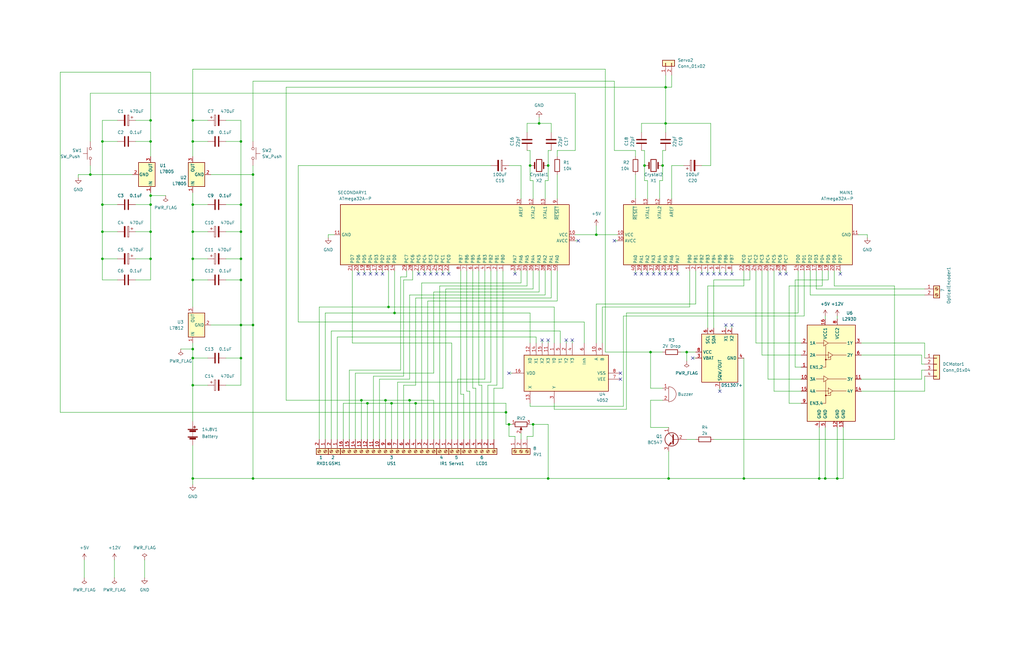
<source format=kicad_sch>
(kicad_sch (version 20211123) (generator eeschema)
  (paper "USLedger")
  (title_block (title "TrashRoboto") (date "2022-06-01") (rev "Group 18 ") (company "Univercity of Moratuwa"))
  (junction (at 281.94 201.93))
  (junction (at 353.06 201.93))
  (junction (at 101.6 86.36))
  (junction (at 81.28 109.22))
  (junction (at 81.28 59.69))
  (junction (at 106.68 137.16))
  (junction (at 81.28 147.32))
  (junction (at 38.1 73.66))
  (junction (at 63.5 97.79))
  (junction (at 81.28 118.11))
  (junction (at 106.68 201.93))
  (junction (at 63.5 50.8))
  (junction (at 162.56 168.91))
  (junction (at 289.56 148.59))
  (junction (at 166.37 132.08))
  (junction (at 347.98 201.93))
  (junction (at 271.78 69.85))
  (junction (at 231.14 201.93))
  (junction (at 63.5 59.69))
  (junction (at 172.72 168.91))
  (junction (at 43.18 86.36))
  (junction (at 101.6 137.16))
  (junction (at 43.18 97.79))
  (junction (at 101.6 109.22))
  (junction (at 279.4 69.85))
  (junction (at 175.26 170.18))
  (junction (at 101.6 151.13))
  (junction (at 231.14 69.85))
  (junction (at 223.52 69.85))
  (junction (at 213.36 173.99))
  (junction (at 43.18 59.69))
  (junction (at 280.67 36.83))
  (junction (at 81.28 201.93))
  (junction (at 63.5 109.22))
  (junction (at 152.4 168.91))
  (junction (at 345.44 201.93))
  (junction (at 101.6 118.11))
  (junction (at 313.69 201.93))
  (junction (at 101.6 97.79))
  (junction (at 81.28 86.36))
  (junction (at 81.28 97.79))
  (junction (at 81.28 50.8))
  (junction (at 227.33 52.07))
  (junction (at 165.1 170.18))
  (junction (at 224.79 179.07))
  (junction (at 63.5 82.55))
  (junction (at 63.5 86.36))
  (junction (at 106.68 73.66))
  (junction (at 43.18 109.22))
  (junction (at 214.63 179.07))
  (junction (at 101.6 59.69))
  (junction (at 280.67 52.07))
  (junction (at 163.83 129.54))
  (junction (at 81.28 162.56))
  (junction (at 154.94 170.18))
  (junction (at 81.28 151.13))
  (junction (at 274.32 148.59))
  (junction (at 251.46 99.06))
  (no_connect (at 217.17 115.57))
  (no_connect (at 189.23 115.57))
  (no_connect (at 184.15 115.57))
  (no_connect (at 186.69 115.57))
  (no_connect (at 181.61 115.57))
  (no_connect (at 179.07 115.57))
  (no_connect (at 176.53 115.57))
  (no_connect (at 161.29 115.57))
  (no_connect (at 158.75 115.57))
  (no_connect (at 156.21 115.57))
  (no_connect (at 151.13 115.57))
  (no_connect (at 153.67 115.57))
  (no_connect (at 231.14 143.51))
  (no_connect (at 228.6 143.51))
  (no_connect (at 241.3 143.51))
  (no_connect (at 238.76 143.51))
  (no_connect (at 303.53 165.1))
  (no_connect (at 259.08 101.6))
  (no_connect (at 243.84 101.6))
  (no_connect (at 280.67 115.57))
  (no_connect (at 283.21 115.57))
  (no_connect (at 285.75 115.57))
  (no_connect (at 300.99 115.57))
  (no_connect (at 303.53 115.57))
  (no_connect (at 308.61 115.57))
  (no_connect (at 306.07 115.57))
  (no_connect (at 295.91 115.57))
  (no_connect (at 298.45 115.57))
  (no_connect (at 354.33 115.57))
  (no_connect (at 267.97 115.57))
  (no_connect (at 270.51 115.57))
  (no_connect (at 273.05 115.57))
  (no_connect (at 278.13 115.57))
  (no_connect (at 275.59 115.57))
  (no_connect (at 328.93 115.57))
  (no_connect (at 331.47 115.57))
  (no_connect (at 214.63 157.48))
  (no_connect (at 261.62 157.48))
  (no_connect (at 261.62 160.02))
  (no_connect (at 306.07 137.16))
  (no_connect (at 308.61 137.16))
  (no_connect (at 292.1 151.13))
  (wire (pts (xy 120.65 36.83) (xy 280.67 36.83)))
  (wire (pts (xy 280.67 63.5) (xy 279.4 63.5)))
  (wire (pts (xy 152.4 168.91) (xy 162.56 168.91)))
  (wire (pts (xy 81.28 86.36) (xy 81.28 97.79)))
  (wire (pts (xy 279.4 69.85) (xy 279.4 76.2)))
  (wire (pts (xy 33.02 74.93) (xy 33.02 73.66)))
  (wire (pts (xy 388.62 153.67) (xy 389.89 153.67)))
  (wire (pts (xy 224.79 184.15) (xy 224.79 179.07)))
  (wire (pts (xy 151.13 115.57) (xy 151.13 114.3)))
  (wire (pts (xy 63.5 109.22) (xy 63.5 118.11)))
  (wire (pts (xy 199.39 163.83) (xy 200.66 163.83)))
  (wire (pts (xy 226.06 144.78) (xy 226.06 142.24)))
  (wire (pts (xy 274.32 168.91) (xy 274.32 180.34)))
  (wire (pts (xy 303.53 115.57) (xy 303.53 114.3)))
  (wire (pts (xy 295.91 69.85) (xy 299.72 69.85)))
  (wire (pts (xy 207.01 114.3) (xy 207.01 161.29)))
  (wire (pts (xy 242.57 39.37) (xy 242.57 63.5)))
  (wire (pts (xy 214.63 184.15) (xy 214.63 179.07)))
  (wire (pts (xy 223.52 132.08) (xy 166.37 132.08)))
  (wire (pts (xy 43.18 109.22) (xy 43.18 97.79)))
  (wire (pts (xy 283.21 115.57) (xy 283.21 114.3)))
  (wire (pts (xy 289.56 148.59) (xy 289.56 152.4)))
  (wire (pts (xy 337.82 154.94) (xy 335.28 154.94)))
  (wire (pts (xy 280.67 52.07) (xy 280.67 55.88)))
  (wire (pts (xy 267.97 63.5) (xy 267.97 66.04)))
  (wire (pts (xy 163.83 129.54) (xy 233.68 129.54)))
  (wire (pts (xy 147.32 156.21) (xy 147.32 185.42)))
  (wire (pts (xy 165.1 170.18) (xy 175.26 170.18)))
  (wire (pts (xy 227.33 52.07) (xy 232.41 52.07)))
  (wire (pts (xy 313.69 120.65) (xy 298.45 120.65)))
  (wire (pts (xy 43.18 59.69) (xy 43.18 86.36)))
  (wire (pts (xy 87.63 86.36) (xy 81.28 86.36)))
  (wire (pts (xy 162.56 168.91) (xy 162.56 185.42)))
  (wire (pts (xy 280.67 52.07) (xy 299.72 52.07)))
  (wire (pts (xy 209.55 162.56) (xy 209.55 114.3)))
  (wire (pts (xy 137.16 185.42) (xy 137.16 132.08)))
  (wire (pts (xy 63.5 118.11) (xy 57.15 118.11)))
  (wire (pts (xy 63.5 82.55) (xy 63.5 86.36)))
  (wire (pts (xy 388.62 160.02) (xy 388.62 156.21)))
  (wire (pts (xy 231.14 76.2) (xy 231.14 69.85)))
  (wire (pts (xy 106.68 73.66) (xy 106.68 137.16)))
  (wire (pts (xy 232.41 63.5) (xy 231.14 63.5)))
  (wire (pts (xy 270.51 55.88) (xy 270.51 52.07)))
  (wire (pts (xy 283.21 69.85) (xy 283.21 83.82)))
  (wire (pts (xy 49.53 118.11) (xy 43.18 118.11)))
  (wire (pts (xy 196.85 165.1) (xy 198.12 165.1)))
  (wire (pts (xy 196.85 114.3) (xy 196.85 165.1)))
  (wire (pts (xy 224.79 114.3) (xy 224.79 121.92)))
  (wire (pts (xy 306.07 137.16) (xy 306.07 138.43)))
  (wire (pts (xy 223.52 63.5) (xy 223.52 69.85)))
  (wire (pts (xy 228.6 143.51) (xy 228.6 144.78)))
  (wire (pts (xy 335.28 118.11) (xy 349.25 118.11)))
  (wire (pts (xy 344.17 114.3) (xy 344.17 121.92)))
  (wire (pts (xy 339.09 114.3) (xy 339.09 133.35)))
  (wire (pts (xy 279.4 148.59) (xy 274.32 148.59)))
  (wire (pts (xy 166.37 132.08) (xy 166.37 114.3)))
  (wire (pts (xy 278.13 76.2) (xy 279.4 76.2)))
  (wire (pts (xy 389.89 124.46) (xy 341.63 124.46)))
  (wire (pts (xy 242.57 99.06) (xy 251.46 99.06)))
  (wire (pts (xy 88.9 137.16) (xy 101.6 137.16)))
  (wire (pts (xy 337.82 165.1) (xy 326.39 165.1)))
  (wire (pts (xy 223.52 179.07) (xy 224.79 179.07)))
  (wire (pts (xy 190.5 144.78) (xy 190.5 185.42)))
  (wire (pts (xy 148.59 144.78) (xy 190.5 144.78)))
  (wire (pts (xy 234.95 114.3) (xy 234.95 127)))
  (wire (pts (xy 255.27 29.21) (xy 81.28 29.21)))
  (wire (pts (xy 264.16 172.72) (xy 264.16 132.08)))
  (wire (pts (xy 298.45 115.57) (xy 298.45 114.3)))
  (wire (pts (xy 353.06 133.35) (xy 353.06 134.62)))
  (wire (pts (xy 167.64 185.42) (xy 167.64 161.29)))
  (wire (pts (xy 63.5 82.55) (xy 69.85 82.55)))
  (wire (pts (xy 288.29 69.85) (xy 283.21 69.85)))
  (wire (pts (xy 303.53 165.1) (xy 303.53 163.83)))
  (wire (pts (xy 331.47 115.57) (xy 331.47 114.3)))
  (wire (pts (xy 60.96 236.22) (xy 60.96 243.84)))
  (wire (pts (xy 224.79 83.82) (xy 224.79 76.2)))
  (wire (pts (xy 163.83 129.54) (xy 163.83 114.3)))
  (wire (pts (xy 106.68 201.93) (xy 81.28 201.93)))
  (wire (pts (xy 316.23 118.11) (xy 316.23 114.3)))
  (wire (pts (xy 231.14 143.51) (xy 231.14 144.78)))
  (wire (pts (xy 171.45 114.3) (xy 171.45 116.84)))
  (wire (pts (xy 388.62 149.86) (xy 388.62 153.67)))
  (wire (pts (xy 274.32 148.59) (xy 274.32 163.83)))
  (wire (pts (xy 223.52 132.08) (xy 223.52 144.78)))
  (wire (pts (xy 175.26 125.73) (xy 175.26 162.56)))
  (wire (pts (xy 389.89 144.78) (xy 389.89 151.13)))
  (wire (pts (xy 270.51 63.5) (xy 271.78 63.5)))
  (wire (pts (xy 213.36 179.07) (xy 214.63 179.07)))
  (wire (pts (xy 152.4 168.91) (xy 152.4 185.42)))
  (wire (pts (xy 182.88 123.19) (xy 182.88 157.48)))
  (wire (pts (xy 172.72 168.91) (xy 182.88 168.91)))
  (wire (pts (xy 300.99 115.57) (xy 300.99 114.3)))
  (wire (pts (xy 186.69 115.57) (xy 186.69 114.3)))
  (wire (pts (xy 222.25 114.3) (xy 222.25 120.65)))
  (wire (pts (xy 308.61 137.16) (xy 308.61 138.43)))
  (wire (pts (xy 187.96 121.92) (xy 187.96 185.42)))
  (wire (pts (xy 63.5 59.69) (xy 63.5 50.8)))
  (wire (pts (xy 273.05 76.2) (xy 271.78 76.2)))
  (wire (pts (xy 205.74 162.56) (xy 209.55 162.56)))
  (wire (pts (xy 158.75 115.57) (xy 158.75 114.3)))
  (wire (pts (xy 148.59 114.3) (xy 148.59 144.78)))
  (wire (pts (xy 313.69 201.93) (xy 281.94 201.93)))
  (wire (pts (xy 139.7 139.7) (xy 236.22 139.7)))
  (wire (pts (xy 232.41 52.07) (xy 232.41 55.88)))
  (wire (pts (xy 101.6 97.79) (xy 95.25 97.79)))
  (wire (pts (xy 219.71 119.38) (xy 177.8 119.38)))
  (wire (pts (xy 363.22 165.1) (xy 389.89 165.1)))
  (wire (pts (xy 293.37 128.27) (xy 251.46 128.27)))
  (wire (pts (xy 274.32 180.34) (xy 281.94 180.34)))
  (wire (pts (xy 172.72 168.91) (xy 172.72 185.42)))
  (wire (pts (xy 81.28 187.96) (xy 81.28 201.93)))
  (wire (pts (xy 332.74 170.18) (xy 332.74 120.65)))
  (wire (pts (xy 213.36 173.99) (xy 213.36 170.18)))
  (wire (pts (xy 172.72 160.02) (xy 172.72 124.46)))
  (wire (pts (xy 106.68 34.29) (xy 259.08 34.29)))
  (wire (pts (xy 81.28 118.11) (xy 81.28 129.54)))
  (wire (pts (xy 185.42 120.65) (xy 185.42 185.42)))
  (wire (pts (xy 214.63 157.48) (xy 215.9 157.48)))
  (wire (pts (xy 195.58 166.37) (xy 195.58 185.42)))
  (wire (pts (xy 234.95 73.66) (xy 234.95 83.82)))
  (wire (pts (xy 175.26 170.18) (xy 213.36 170.18)))
  (wire (pts (xy 81.28 151.13) (xy 81.28 147.32)))
  (wire (pts (xy 335.28 154.94) (xy 335.28 118.11)))
  (wire (pts (xy 281.94 190.5) (xy 281.94 201.93)))
  (wire (pts (xy 365.76 99.06) (xy 365.76 100.33)))
  (wire (pts (xy 313.69 151.13) (xy 313.69 201.93)))
  (wire (pts (xy 63.5 81.28) (xy 63.5 82.55)))
  (wire (pts (xy 353.06 201.93) (xy 347.98 201.93)))
  (wire (pts (xy 194.31 114.3) (xy 194.31 166.37)))
  (wire (pts (xy 251.46 99.06) (xy 260.35 99.06)))
  (wire (pts (xy 388.62 156.21) (xy 389.89 156.21)))
  (wire (pts (xy 63.5 97.79) (xy 63.5 109.22)))
  (wire (pts (xy 81.28 204.47) (xy 81.28 201.93)))
  (wire (pts (xy 241.3 143.51) (xy 241.3 144.78)))
  (wire (pts (xy 106.68 34.29) (xy 106.68 59.69)))
  (wire (pts (xy 341.63 124.46) (xy 341.63 114.3)))
  (wire (pts (xy 222.25 63.5) (xy 223.52 63.5)))
  (wire (pts (xy 234.95 63.5) (xy 234.95 66.04)))
  (wire (pts (xy 63.5 30.48) (xy 63.5 50.8)))
  (wire (pts (xy 328.93 115.57) (xy 328.93 114.3)))
  (wire (pts (xy 57.15 109.22) (xy 63.5 109.22)))
  (wire (pts (xy 175.26 170.18) (xy 175.26 185.42)))
  (wire (pts (xy 63.5 30.48) (xy 25.4 30.48)))
  (wire (pts (xy 219.71 185.42) (xy 219.71 182.88)))
  (wire (pts (xy 179.07 115.57) (xy 179.07 114.3)))
  (wire (pts (xy 279.4 168.91) (xy 274.32 168.91)))
  (wire (pts (xy 363.22 144.78) (xy 389.89 144.78)))
  (wire (pts (xy 168.91 156.21) (xy 147.32 156.21)))
  (wire (pts (xy 233.68 172.72) (xy 264.16 172.72)))
  (wire (pts (xy 293.37 185.42) (xy 289.56 185.42)))
  (wire (pts (xy 101.6 137.16) (xy 101.6 118.11)))
  (wire (pts (xy 160.02 160.02) (xy 172.72 160.02)))
  (wire (pts (xy 170.18 185.42) (xy 170.18 162.56)))
  (wire (pts (xy 81.28 109.22) (xy 81.28 118.11)))
  (wire (pts (xy 154.94 185.42) (xy 154.94 170.18)))
  (wire (pts (xy 137.16 132.08) (xy 166.37 132.08)))
  (wire (pts (xy 354.33 115.57) (xy 354.33 114.3)))
  (wire (pts (xy 229.87 76.2) (xy 231.14 76.2)))
  (wire (pts (xy 293.37 114.3) (xy 293.37 128.27)))
  (wire (pts (xy 271.78 69.85) (xy 271.78 76.2)))
  (wire (pts (xy 144.78 170.18) (xy 154.94 170.18)))
  (wire (pts (xy 377.19 120.65) (xy 377.19 185.42)))
  (wire (pts (xy 172.72 124.46) (xy 229.87 124.46)))
  (wire (pts (xy 227.33 49.53) (xy 227.33 52.07)))
  (wire (pts (xy 81.28 151.13) (xy 87.63 151.13)))
  (wire (pts (xy 157.48 185.42) (xy 157.48 158.75)))
  (wire (pts (xy 347.98 201.93) (xy 345.44 201.93)))
  (wire (pts (xy 38.1 39.37) (xy 242.57 39.37)))
  (wire (pts (xy 88.9 73.66) (xy 106.68 73.66)))
  (wire (pts (xy 231.14 63.5) (xy 231.14 69.85)))
  (wire (pts (xy 43.18 109.22) (xy 49.53 109.22)))
  (wire (pts (xy 87.63 59.69) (xy 81.28 59.69)))
  (wire (pts (xy 308.61 115.57) (xy 308.61 114.3)))
  (wire (pts (xy 318.77 144.78) (xy 318.77 114.3)))
  (wire (pts (xy 262.89 171.45) (xy 223.52 171.45)))
  (wire (pts (xy 270.51 115.57) (xy 270.51 114.3)))
  (wire (pts (xy 290.83 114.3) (xy 290.83 129.54)))
  (wire (pts (xy 81.28 162.56) (xy 81.28 177.8)))
  (wire (pts (xy 246.38 135.89) (xy 246.38 144.78)))
  (wire (pts (xy 298.45 120.65) (xy 298.45 138.43)))
  (wire (pts (xy 223.52 76.2) (xy 223.52 69.85)))
  (wire (pts (xy 198.12 165.1) (xy 198.12 185.42)))
  (wire (pts (xy 313.69 114.3) (xy 313.69 120.65)))
  (wire (pts (xy 201.93 162.56) (xy 203.2 162.56)))
  (wire (pts (xy 300.99 185.42) (xy 377.19 185.42)))
  (wire (pts (xy 251.46 99.06) (xy 251.46 95.25)))
  (wire (pts (xy 101.6 151.13) (xy 101.6 137.16)))
  (wire (pts (xy 337.82 149.86) (xy 321.31 149.86)))
  (wire (pts (xy 106.68 137.16) (xy 106.68 201.93)))
  (wire (pts (xy 106.68 73.66) (xy 106.68 69.85)))
  (wire (pts (xy 232.41 125.73) (xy 175.26 125.73)))
  (wire (pts (xy 323.85 160.02) (xy 323.85 114.3)))
  (wire (pts (xy 101.6 50.8) (xy 101.6 59.69)))
  (wire (pts (xy 274.32 163.83) (xy 279.4 163.83)))
  (wire (pts (xy 194.31 166.37) (xy 195.58 166.37)))
  (wire (pts (xy 125.73 135.89) (xy 246.38 135.89)))
  (wire (pts (xy 153.67 115.57) (xy 153.67 114.3)))
  (wire (pts (xy 231.14 201.93) (xy 106.68 201.93)))
  (wire (pts (xy 162.56 168.91) (xy 172.72 168.91)))
  (wire (pts (xy 87.63 162.56) (xy 81.28 162.56)))
  (wire (pts (xy 81.28 81.28) (xy 81.28 86.36)))
  (wire (pts (xy 232.41 114.3) (xy 232.41 125.73)))
  (wire (pts (xy 101.6 86.36) (xy 95.25 86.36)))
  (wire (pts (xy 87.63 109.22) (xy 81.28 109.22)))
  (wire (pts (xy 271.78 63.5) (xy 271.78 69.85)))
  (wire (pts (xy 279.4 63.5) (xy 279.4 69.85)))
  (wire (pts (xy 212.09 114.3) (xy 212.09 163.83)))
  (wire (pts (xy 259.08 63.5) (xy 267.97 63.5)))
  (wire (pts (xy 229.87 114.3) (xy 229.87 124.46)))
  (wire (pts (xy 349.25 114.3) (xy 349.25 118.11)))
  (wire (pts (xy 270.51 52.07) (xy 280.67 52.07)))
  (wire (pts (xy 201.93 114.3) (xy 201.93 162.56)))
  (wire (pts (xy 251.46 128.27) (xy 251.46 144.78)))
  (wire (pts (xy 101.6 162.56) (xy 101.6 151.13)))
  (wire (pts (xy 184.15 115.57) (xy 184.15 114.3)))
  (wire (pts (xy 283.21 31.75) (xy 283.21 36.83)))
  (wire (pts (xy 140.97 99.06) (xy 138.43 99.06)))
  (wire (pts (xy 224.79 121.92) (xy 187.96 121.92)))
  (wire (pts (xy 231.14 179.07) (xy 231.14 201.93)))
  (wire (pts (xy 81.28 97.79) (xy 81.28 109.22)))
  (wire (pts (xy 200.66 163.83) (xy 200.66 185.42)))
  (wire (pts (xy 161.29 115.57) (xy 161.29 114.3)))
  (wire (pts (xy 25.4 173.99) (xy 213.36 173.99)))
  (wire (pts (xy 25.4 30.48) (xy 25.4 173.99)))
  (wire (pts (xy 48.26 236.22) (xy 48.26 243.84)))
  (wire (pts (xy 95.25 151.13) (xy 101.6 151.13)))
  (wire (pts (xy 101.6 59.69) (xy 95.25 59.69)))
  (wire (pts (xy 203.2 162.56) (xy 203.2 185.42)))
  (wire (pts (xy 76.2 147.32) (xy 81.28 147.32)))
  (wire (pts (xy 321.31 149.86) (xy 321.31 114.3)))
  (wire (pts (xy 280.67 115.57) (xy 280.67 114.3)))
  (wire (pts (xy 275.59 115.57) (xy 275.59 114.3)))
  (wire (pts (xy 204.47 114.3) (xy 204.47 160.02)))
  (wire (pts (xy 259.08 34.29) (xy 259.08 63.5)))
  (wire (pts (xy 259.08 101.6) (xy 260.35 101.6)))
  (wire (pts (xy 213.36 173.99) (xy 213.36 179.07)))
  (wire (pts (xy 167.64 161.29) (xy 207.01 161.29)))
  (wire (pts (xy 217.17 184.15) (xy 217.17 185.42)))
  (wire (pts (xy 134.62 185.42) (xy 134.62 129.54)))
  (wire (pts (xy 281.94 201.93) (xy 231.14 201.93)))
  (wire (pts (xy 95.25 162.56) (xy 101.6 162.56)))
  (wire (pts (xy 125.73 69.85) (xy 207.01 69.85)))
  (wire (pts (xy 204.47 160.02) (xy 193.04 160.02)))
  (wire (pts (xy 243.84 101.6) (xy 242.57 101.6)))
  (wire (pts (xy 233.68 170.18) (xy 233.68 172.72)))
  (wire (pts (xy 170.18 158.75) (xy 170.18 118.11)))
  (wire (pts (xy 63.5 66.04) (xy 63.5 59.69)))
  (wire (pts (xy 224.79 76.2) (xy 223.52 76.2)))
  (wire (pts (xy 168.91 116.84) (xy 168.91 156.21)))
  (wire (pts (xy 43.18 97.79) (xy 49.53 97.79)))
  (wire (pts (xy 346.71 120.65) (xy 346.71 114.3)))
  (wire (pts (xy 173.99 114.3) (xy 173.99 118.11)))
  (wire (pts (xy 363.22 160.02) (xy 388.62 160.02)))
  (wire (pts (xy 189.23 115.57) (xy 189.23 114.3)))
  (wire (pts (xy 120.65 36.83) (xy 120.65 168.91)))
  (wire (pts (xy 222.25 184.15) (xy 224.79 184.15)))
  (wire (pts (xy 101.6 59.69) (xy 101.6 86.36)))
  (wire (pts (xy 160.02 185.42) (xy 160.02 160.02)))
  (wire (pts (xy 306.07 115.57) (xy 306.07 114.3)))
  (wire (pts (xy 219.71 69.85) (xy 214.63 69.85)))
  (wire (pts (xy 81.28 50.8) (xy 87.63 50.8)))
  (wire (pts (xy 125.73 135.89) (xy 125.73 69.85)))
  (wire (pts (xy 38.1 39.37) (xy 38.1 59.69)))
  (wire (pts (xy 264.16 132.08) (xy 336.55 132.08)))
  (wire (pts (xy 254 129.54) (xy 254 144.78)))
  (wire (pts (xy 280.67 31.75) (xy 280.67 36.83)))
  (wire (pts (xy 236.22 139.7) (xy 236.22 144.78)))
  (wire (pts (xy 101.6 109.22) (xy 95.25 109.22)))
  (wire (pts (xy 219.71 114.3) (xy 219.71 119.38)))
  (wire (pts (xy 81.28 66.04) (xy 81.28 59.69)))
  (wire (pts (xy 205.74 185.42) (xy 205.74 162.56)))
  (wire (pts (xy 353.06 180.34) (xy 353.06 201.93)))
  (wire (pts (xy 217.17 184.15) (xy 214.63 184.15)))
  (wire (pts (xy 43.18 86.36) (xy 49.53 86.36)))
  (wire (pts (xy 300.99 118.11) (xy 316.23 118.11)))
  (wire (pts (xy 295.91 115.57) (xy 295.91 114.3)))
  (wire (pts (xy 171.45 116.84) (xy 168.91 116.84)))
  (wire (pts (xy 351.79 114.3) (xy 351.79 120.65)))
  (wire (pts (xy 300.99 138.43) (xy 300.99 118.11)))
  (wire (pts (xy 255.27 148.59) (xy 255.27 29.21)))
  (wire (pts (xy 389.89 165.1) (xy 389.89 158.75)))
  (wire (pts (xy 292.1 151.13) (xy 293.37 151.13)))
  (wire (pts (xy 170.18 118.11) (xy 173.99 118.11)))
  (wire (pts (xy 101.6 97.79) (xy 101.6 86.36)))
  (wire (pts (xy 336.55 132.08) (xy 336.55 114.3)))
  (wire (pts (xy 120.65 168.91) (xy 152.4 168.91)))
  (wire (pts (xy 337.82 144.78) (xy 318.77 144.78)))
  (wire (pts (xy 134.62 129.54) (xy 163.83 129.54)))
  (wire (pts (xy 212.09 163.83) (xy 208.28 163.83)))
  (wire (pts (xy 262.89 133.35) (xy 262.89 171.45)))
  (wire (pts (xy 227.33 123.19) (xy 182.88 123.19)))
  (wire (pts (xy 144.78 185.42) (xy 144.78 170.18)))
  (wire (pts (xy 332.74 120.65) (xy 346.71 120.65)))
  (wire (pts (xy 142.24 142.24) (xy 142.24 185.42)))
  (wire (pts (xy 95.25 50.8) (xy 101.6 50.8)))
  (wire (pts (xy 278.13 83.82) (xy 278.13 76.2)))
  (wire (pts (xy 278.13 115.57) (xy 278.13 114.3)))
  (wire (pts (xy 345.44 201.93) (xy 313.69 201.93)))
  (wire (pts (xy 57.15 86.36) (xy 63.5 86.36)))
  (wire (pts (xy 229.87 83.82) (xy 229.87 76.2)))
  (wire (pts (xy 182.88 157.48) (xy 149.86 157.48)))
  (wire (pts (xy 222.25 120.65) (xy 185.42 120.65)))
  (wire (pts (xy 355.6 180.34) (xy 355.6 201.93)))
  (wire (pts (xy 345.44 180.34) (xy 345.44 201.93)))
  (wire (pts (xy 43.18 97.79) (xy 43.18 86.36)))
  (wire (pts (xy 217.17 115.57) (xy 217.17 114.3)))
  (wire (pts (xy 81.28 162.56) (xy 81.28 151.13)))
  (wire (pts (xy 337.82 160.02) (xy 323.85 160.02)))
  (wire (pts (xy 180.34 127) (xy 180.34 185.42)))
  (wire (pts (xy 337.82 170.18) (xy 332.74 170.18)))
  (wire (pts (xy 283.21 36.83) (xy 280.67 36.83)))
  (wire (pts (xy 339.09 133.35) (xy 262.89 133.35)))
  (wire (pts (xy 219.71 83.82) (xy 219.71 69.85)))
  (wire (pts (xy 344.17 121.92) (xy 389.89 121.92)))
  (wire (pts (xy 181.61 115.57) (xy 181.61 114.3)))
  (wire (pts (xy 361.95 99.06) (xy 365.76 99.06)))
  (wire (pts (xy 208.28 163.83) (xy 208.28 185.42)))
  (wire (pts (xy 287.02 148.59) (xy 289.56 148.59)))
  (wire (pts (xy 290.83 129.54) (xy 254 129.54)))
  (wire (pts (xy 57.15 59.69) (xy 63.5 59.69)))
  (wire (pts (xy 267.97 115.57) (xy 267.97 114.3)))
  (wire (pts (xy 214.63 179.07) (xy 215.9 179.07)))
  (wire (pts (xy 222.25 184.15) (xy 222.25 185.42)))
  (wire (pts (xy 347.98 133.35) (xy 347.98 134.62)))
  (wire (pts (xy 139.7 139.7) (xy 139.7 185.42)))
  (wire (pts (xy 355.6 201.93) (xy 353.06 201.93)))
  (wire (pts (xy 165.1 185.42) (xy 165.1 170.18)))
  (wire (pts (xy 101.6 118.11) (xy 101.6 109.22)))
  (wire (pts (xy 274.32 148.59) (xy 255.27 148.59)))
  (wire (pts (xy 222.25 52.07) (xy 227.33 52.07)))
  (wire (pts (xy 242.57 63.5) (xy 234.95 63.5)))
  (wire (pts (xy 267.97 73.66) (xy 267.97 83.82)))
  (wire (pts (xy 81.28 29.21) (xy 81.28 50.8)))
  (wire (pts (xy 38.1 73.66) (xy 38.1 69.85)))
  (wire (pts (xy 289.56 148.59) (xy 293.37 148.59)))
  (wire (pts (xy 142.24 142.24) (xy 226.06 142.24)))
  (wire (pts (xy 177.8 119.38) (xy 177.8 185.42)))
  (wire (pts (xy 223.52 171.45) (xy 223.52 170.18)))
  (wire (pts (xy 199.39 114.3) (xy 199.39 163.83)))
  (wire (pts (xy 43.18 50.8) (xy 43.18 59.69)))
  (wire (pts (xy 273.05 115.57) (xy 273.05 114.3)))
  (wire (pts (xy 351.79 120.65) (xy 377.19 120.65)))
  (wire (pts (xy 81.28 59.69) (xy 81.28 50.8)))
  (wire (pts (xy 149.86 157.48) (xy 149.86 185.42)))
  (wire (pts (xy 55.88 73.66) (xy 38.1 73.66)))
  (wire (pts (xy 238.76 143.51) (xy 238.76 144.78)))
  (wire (pts (xy 101.6 109.22) (xy 101.6 97.79)))
  (wire (pts (xy 326.39 165.1) (xy 326.39 114.3)))
  (wire (pts (xy 81.28 118.11) (xy 87.63 118.11)))
  (wire (pts (xy 233.68 129.54) (xy 233.68 144.78)))
  (wire (pts (xy 95.25 118.11) (xy 101.6 118.11)))
  (wire (pts (xy 81.28 147.32) (xy 81.28 144.78)))
  (wire (pts (xy 285.75 115.57) (xy 285.75 114.3)))
  (wire (pts (xy 180.34 127) (xy 234.95 127)))
  (wire (pts (xy 182.88 168.91) (xy 182.88 185.42)))
  (wire (pts (xy 273.05 83.82) (xy 273.05 76.2)))
  (wire (pts (xy 224.79 179.07) (xy 231.14 179.07)))
  (wire (pts (xy 156.21 115.57) (xy 156.21 114.3)))
  (wire (pts (xy 299.72 69.85) (xy 299.72 52.07)))
  (wire (pts (xy 49.53 50.8) (xy 43.18 50.8)))
  (wire (pts (xy 363.22 149.86) (xy 388.62 149.86)))
  (wire (pts (xy 280.67 36.83) (xy 280.67 52.07)))
  (wire (pts (xy 63.5 50.8) (xy 57.15 50.8)))
  (wire (pts (xy 227.33 114.3) (xy 227.33 123.19)))
  (wire (pts (xy 138.43 99.06) (xy 138.43 100.33)))
  (wire (pts (xy 157.48 158.75) (xy 170.18 158.75)))
  (wire (pts (xy 193.04 160.02) (xy 193.04 185.42)))
  (wire (pts (xy 347.98 180.34) (xy 347.98 201.93)))
  (wire (pts (xy 176.53 115.57) (xy 176.53 114.3)))
  (wire (pts (xy 63.5 86.36) (xy 63.5 97.79)))
  (wire (pts (xy 33.02 73.66) (xy 38.1 73.66)))
  (wire (pts (xy 154.94 170.18) (xy 165.1 170.18)))
  (wire (pts (xy 170.18 162.56) (xy 175.26 162.56)))
  (wire (pts (xy 222.25 55.88) (xy 222.25 52.07)))
  (wire (pts (xy 43.18 59.69) (xy 49.53 59.69)))
  (wire (pts (xy 35.56 236.22) (xy 35.56 243.84)))
  (wire (pts (xy 43.18 118.11) (xy 43.18 109.22)))
  (wire (pts (xy 57.15 97.79) (xy 63.5 97.79)))
  (wire (pts (xy 101.6 137.16) (xy 106.68 137.16)))
  (wire (pts (xy 87.63 97.79) (xy 81.28 97.79)))
  (symbol (lib_id "Device:C") (at 270.51 59.69 0) (mirror y) (unit 1)
    (property "Reference" "C18" (at 264.16 59.69 90))
    (property "Value" "22pF" (at 266.7 59.69 90))
    (property "Footprint" "Capacitor_THT:CP_Radial_D5.0mm_P2.50mm" (effects hide))
  )
  (symbol (lib_id "Transistor_BJT:BC547") (at 284.48 185.42 0) (mirror y) (unit 1)
    (property "Reference" "Q1" (at 279.4 184.1499 0) (effects (justify left)))
    (property "Value" "BC547" (at 279.4 186.6899 0) (effects (justify left)))
    (property "Footprint" "Package_TO_SOT_THT:TO-92_Inline" (effects hide))
    (property "Datasheet" "https://www.onsemi.com/pub/Collateral/BC550-D.pdf" (effects hide))
  )
  (symbol (lib_id "Device:C") (at 91.44 59.69 90) (mirror x) (unit 1)
    (property "Reference" "C8" (at 90.17 55.88 90) (effects (justify left)))
    (property "Value" "0.1uF" (at 97.79 55.88 90) (effects (justify left)))
    (property "Footprint" "Capacitor_THT:CP_Radial_D5.0mm_P2.50mm" (effects hide))
  )
  (symbol (lib_id "MCU_Microchip_ATmega:ATmega32A-P") (at 311.15 99.06 90) (mirror x) (unit 1)
    (property "Reference" "MAIN1" (at 356.87 81.28 90))
    (property "Value" "ATmega32A-P" (at 353.06 83.82 90))
    (property "Footprint" "Package_DIP:DIP-40_W15.24mm" (effects hide))
    (property "Datasheet" "http://ww1.microchip.com/downloads/en/DeviceDoc/atmel-8155-8-bit-microcontroller-avr-atmega32a_datasheet.pdf" (effects hide))
  )
  (symbol (lib_id "Device:R") (at 297.18 185.42 270) (mirror x) (unit 1)
    (property "Reference" "R4" (at 297.18 180.34 90))
    (property "Value" "2k" (at 297.18 182.88 90))
    (property "Footprint" "Resistor_THT:R_Axial_DIN0207_L6.3mm_D2.5mm_P10.16mm_Horizontal" (effects hide))
  )
  (symbol (lib_id "Device:C_Polarized") (at 210.82 69.85 270) (mirror x) (unit 1)
    (property "Reference" "C15" (at 210.82 76.2 90))
    (property "Value" "100uF" (at 210.82 73.66 90))
    (property "Footprint" "Capacitor_THT:CP_Radial_D5.0mm_P2.50mm" (effects hide))
  )
  (symbol (lib_id "power:PWR_FLAG") (at 35.56 243.84 0) (mirror x) (unit 1)
    (property "Reference" "#FLG0102" (effects hide))
    (property "Value" "PWR_FLAG" (at 35.56 248.92 0))
  )
  (symbol (lib_id "Connector_Generic:Conn_01x02") (at 280.67 26.67 90) (unit 1)
    (property "Reference" "Servo2" (at 285.75 25.3999 90) (effects (justify right)))
    (property "Value" "Conn_01x02" (at 285.75 27.9399 90) (effects (justify right)))
    (property "Footprint" "Connector_PinSocket_2.54mm:PinSocket_1x02_P2.54mm_Vertical" (effects hide))
  )
  (symbol (lib_id "Device:C") (at 91.44 151.13 90) (mirror x) (unit 1)
    (property "Reference" "C13" (at 90.17 147.32 90) (effects (justify left)))
    (property "Value" "0.1uF" (at 97.79 147.32 90) (effects (justify left)))
    (property "Footprint" "Capacitor_THT:CP_Radial_D5.0mm_P2.50mm" (effects hide))
  )
  (symbol (lib_id "Device:Battery") (at 81.28 182.88 0) (unit 1)
    (property "Reference" "14.8V1" (at 85.09 181.2289 0) (effects (justify left)))
    (property "Value" "Battery" (at 85.09 184.15 0) (effects (justify left)))
    (property "Footprint" "Battery:BatteryHolder_Bulgin_BX0036_1xC" (effects hide))
  )
  (symbol (lib_id "power:+5V") (at 347.98 133.35 0) (unit 1)
    (property "Reference" "#PWR06" (effects hide))
    (property "Value" "+5V" (at 347.98 128.27 0))
  )
  (symbol (lib_id "Device:C") (at 53.34 59.69 270) (unit 1)
    (property "Reference" "C2" (at 49.53 55.88 90) (effects (justify left)))
    (property "Value" "0.1uF" (at 54.61 55.88 90) (effects (justify left)))
    (property "Footprint" "Capacitor_THT:CP_Radial_D5.0mm_P2.50mm" (effects hide))
  )
  (symbol (lib_id "power:GND") (at 227.33 49.53 0) (mirror x) (unit 1)
    (property "Reference" "#PWR04" (effects hide))
    (property "Value" "GND" (at 227.33 44.45 0))
  )
  (symbol (lib_id "Driver_Motor:L293D") (at 350.52 160.02 0) (unit 1)
    (property "Reference" "U6" (at 356.87 132.08 0) (effects (justify left)))
    (property "Value" "L293D" (at 355.0794 134.62 0) (effects (justify left)))
    (property "Footprint" "Package_DIP:DIP-16_W7.62mm" (effects hide))
    (property "Datasheet" "http://www.ti.com/lit/ds/symlink/l293.pdf" (effects hide))
  )
  (symbol (lib_id "Device:C_Polarized") (at 91.44 97.79 90) (mirror x) (unit 1)
    (property "Reference" "C10" (at 90.17 93.98 90) (effects (justify left)))
    (property "Value" "470uF" (at 99.06 93.98 90) (effects (justify left)))
    (property "Footprint" "Capacitor_THT:CP_Radial_D5.0mm_P2.50mm" (effects hide))
  )
  (symbol (lib_id "Device:R") (at 283.21 148.59 90) (unit 1)
    (property "Reference" "R3" (at 283.21 143.51 90))
    (property "Value" "2V Drop" (at 283.21 146.05 90))
    (property "Footprint" "Resistor_THT:R_Axial_DIN0207_L6.3mm_D2.5mm_P10.16mm_Horizontal" (effects hide))
  )
  (symbol (lib_id "Device:C_Polarized") (at 91.44 109.22 90) (mirror x) (unit 1)
    (property "Reference" "C11" (at 90.17 105.41 90) (effects (justify left)))
    (property "Value" "470uF" (at 97.79 105.41 90) (effects (justify left)))
    (property "Footprint" "Capacitor_THT:CP_Radial_D5.0mm_P2.50mm" (effects hide))
  )
  (symbol (lib_id "Regulator_Linear:L7812") (at 81.28 137.16 90) (unit 1)
    (property "Reference" "U3" (at 77.47 135.8899 90) (effects (justify left)))
    (property "Value" "L7812" (at 77.47 138.4299 90) (effects (justify left)))
    (property "Footprint" "Package_TO_SOT_THT:TO-220-3_Vertical" (effects hide))
    (property "Datasheet" "http://www.st.com/content/ccc/resource/technical/document/datasheet/41/4f/b3/b0/12/d4/47/88/CD00000444.pdf/files/CD00000444.pdf/jcr:content/translations/en.CD00000444.pdf" (effects hide))
  )
  (symbol (lib_id "Device:C_Polarized") (at 91.44 50.8 90) (mirror x) (unit 1)
    (property "Reference" "C7" (at 90.17 46.99 90) (effects (justify left)))
    (property "Value" "470uF" (at 99.06 46.99 90) (effects (justify left)))
    (property "Footprint" "Capacitor_THT:CP_Radial_D5.0mm_P2.50mm" (effects hide))
  )
  (symbol (lib_id "Connector:Screw_Terminal_01x16") (at 165.1 190.5 270) (unit 1)
    (property "Reference" "US1" (at 165.1 195.58 90))
    (property "Value" "3" (at 165.1 193.04 90))
    (property "Footprint" "TerminalBlock_Dinkle:TerminalBlock_Dinkle_DT-55-B01X-16_P10.00mm" (effects hide))
  )
  (symbol (lib_id "power:PWR_FLAG") (at 69.85 82.55 0) (mirror x) (unit 1)
    (property "Reference" "#FLG0103" (effects hide))
    (property "Value" "PWR_FLAG" (at 69.85 87.63 0))
  )
  (symbol (lib_id "Device:R") (at 234.95 69.85 0) (unit 1)
    (property "Reference" "R1" (at 237.49 68.5799 0) (effects (justify left)))
    (property "Value" "10k" (at 237.49 71.1199 0) (effects (justify left)))
    (property "Footprint" "Resistor_THT:R_Axial_DIN0207_L6.3mm_D2.5mm_P10.16mm_Horizontal" (effects hide))
  )
  (symbol (lib_id "Switch:SW_Push") (at 106.68 64.77 270) (unit 1)
    (property "Reference" "SW2" (at 110.49 63.4999 90) (effects (justify left)))
    (property "Value" "SW_Push" (at 110.49 66.0399 90) (effects (justify left)))
    (property "Footprint" "Button_Switch_THT:SW_PUSH_6mm_H5mm" (effects hide))
  )
  (symbol (lib_id "Connector:Screw_Terminal_01x02") (at 142.24 190.5 270) (unit 1)
    (property "Reference" "GSM1" (at 138.43 195.58 90) (effects (justify left)))
    (property "Value" "2" (at 139.7 193.04 90) (effects (justify left)))
    (property "Footprint" "TerminalBlock_Dinkle:TerminalBlock_Dinkle_DT-55-B01X-02_P10.00mm" (effects hide))
  )
  (symbol (lib_id "Device:C_Polarized") (at 53.34 97.79 270) (unit 1)
    (property "Reference" "C4" (at 49.53 93.98 90) (effects (justify left)))
    (property "Value" "470uF" (at 54.61 93.98 90) (effects (justify left)))
    (property "Footprint" "Capacitor_THT:CP_Radial_D5.0mm_P2.50mm" (effects hide))
  )
  (symbol (lib_id "Connector:Screw_Terminal_01x02") (at 187.96 190.5 270) (unit 1)
    (property "Reference" "IR1" (at 185.42 195.58 90) (effects (justify left)))
    (property "Value" "4" (at 185.42 193.04 90) (effects (justify left)))
    (property "Footprint" "TerminalBlock_Dinkle:TerminalBlock_Dinkle_DT-55-B01X-02_P10.00mm" (effects hide))
  )
  (symbol (lib_id "power:PWR_FLAG") (at 60.96 236.22 0) (unit 1)
    (property "Reference" "#FLG0105" (effects hide))
    (property "Value" "PWR_FLAG" (at 60.96 231.14 0))
  )
  (symbol (lib_id "Connector:Screw_Terminal_01x03") (at 219.71 190.5 90) (mirror x) (unit 1)
    (property "Reference" "RV1" (at 224.79 191.7701 90) (effects (justify right)))
    (property "Value" "8" (at 224.79 189.2301 90) (effects (justify right)))
    (property "Footprint" "TerminalBlock_Dinkle:TerminalBlock_Dinkle_DT-55-B01X-03_P10.00mm" (effects hide))
  )
  (symbol (lib_id "Device:C_Polarized") (at 53.34 50.8 270) (unit 1)
    (property "Reference" "C1" (at 49.53 46.99 90) (effects (justify left)))
    (property "Value" "470uF" (at 54.61 46.99 90) (effects (justify left)))
    (property "Footprint" "Capacitor_THT:CP_Radial_D5.0mm_P2.50mm" (effects hide))
  )
  (symbol (lib_id "power:GND") (at 138.43 100.33 0) (unit 1)
    (property "Reference" "#PWR03" (effects hide))
    (property "Value" "GND" (at 138.43 105.41 0))
  )
  (symbol (lib_id "Device:C") (at 222.25 59.69 180) (unit 1)
    (property "Reference" "C16" (at 215.9 59.69 90))
    (property "Value" "22pF" (at 218.44 59.69 90))
    (property "Footprint" "Capacitor_THT:CP_Radial_D5.0mm_P2.50mm" (effects hide))
  )
  (symbol (lib_id "Device:C") (at 91.44 118.11 90) (mirror x) (unit 1)
    (property "Reference" "C12" (at 90.17 114.3 90) (effects (justify left)))
    (property "Value" "0.1uF" (at 97.79 114.3 90) (effects (justify left)))
    (property "Footprint" "Capacitor_THT:CP_Radial_D5.0mm_P2.50mm" (effects hide))
  )
  (symbol (lib_id "power:GND") (at 81.28 204.47 0) (unit 1)
    (property "Reference" "#PWR02" (effects hide))
    (property "Value" "GND" (at 81.28 209.55 0))
  )
  (symbol (lib_id "Regulator_Linear:L7805") (at 63.5 73.66 270) (mirror x) (unit 1)
    (property "Reference" "U1" (at 67.31 69.85 90) (effects (justify left)))
    (property "Value" "L7805" (at 67.31 72.39 90) (effects (justify left)))
    (property "Footprint" "Package_TO_SOT_THT:TO-220-3_Vertical" (effects hide))
    (property "Datasheet" "http://www.st.com/content/ccc/resource/technical/document/datasheet/41/4f/b3/b0/12/d4/47/88/CD00000444.pdf/files/CD00000444.pdf/jcr:content/translations/en.CD00000444.pdf" (effects hide))
  )
  (symbol (lib_id "Device:C") (at 232.41 59.69 0) (unit 1)
    (property "Reference" "C17" (at 238.76 59.69 90))
    (property "Value" "22pF" (at 236.22 59.69 90))
    (property "Footprint" "Capacitor_THT:CP_Radial_D5.0mm_P2.50mm" (effects hide))
  )
  (symbol (lib_id "Device:C_Polarized") (at 53.34 109.22 270) (unit 1)
    (property "Reference" "C5" (at 49.53 105.41 90) (effects (justify left)))
    (property "Value" "470uF" (at 54.61 105.41 90) (effects (justify left)))
    (property "Footprint" "Capacitor_THT:CP_Radial_D5.0mm_P2.50mm" (effects hide))
  )
  (symbol (lib_id "Timer_RTC:DS1307+") (at 303.53 151.13 90) (mirror x) (unit 1)
    (property "Reference" "U5" (effects hide))
    (property "Value" "DS1307+" (at 308.61 162.56 90))
    (property "Footprint" "Package_DIP:DIP-8_W7.62mm" (effects hide))
    (property "Datasheet" "https://datasheets.maximintegrated.com/en/ds/DS1307.pdf" (effects hide))
  )
  (symbol (lib_id "power:PWR_FLAG") (at 48.26 243.84 0) (mirror x) (unit 1)
    (property "Reference" "#FLG0104" (effects hide))
    (property "Value" "PWR_FLAG" (at 48.26 248.92 0))
  )
  (symbol (lib_id "Device:Crystal") (at 227.33 69.85 180) (unit 1)
    (property "Reference" "Crystal1" (at 227.33 73.66 0))
    (property "Value" "X2" (at 227.33 76.2 0))
    (property "Footprint" "Crystal:Crystal_HC52-U_Vertical" (effects hide))
  )
  (symbol (lib_id "Device:Crystal") (at 275.59 69.85 0) (mirror x) (unit 1)
    (property "Reference" "Crystal2" (at 275.59 73.66 0))
    (property "Value" "X1" (at 275.59 76.2 0))
    (property "Footprint" "Crystal:Crystal_HC52-U_Vertical" (effects hide))
  )
  (symbol (lib_id "Connector:Screw_Terminal_01x02") (at 137.16 190.5 270) (unit 1)
    (property "Reference" "RXD1" (at 133.35 195.58 90) (effects (justify left)))
    (property "Value" "1" (at 134.62 193.04 90) (effects (justify left)))
    (property "Footprint" "TerminalBlock_Dinkle:TerminalBlock_Dinkle_DT-55-B01X-02_P10.00mm" (effects hide))
  )
  (symbol (lib_id "Connector:Screw_Terminal_01x06") (at 203.2 190.5 270) (unit 1)
    (property "Reference" "LCD1" (at 203.2 195.58 90))
    (property "Value" "6" (at 203.2 193.04 90))
    (property "Footprint" "TerminalBlock_Dinkle:TerminalBlock_Dinkle_DT-55-B01X-06_P10.00mm" (effects hide))
  )
  (symbol (lib_id "Connector_Generic:Conn_01x04") (at 394.97 153.67 0) (unit 1)
    (property "Reference" "DCMotor1" (at 397.51 153.6699 0) (effects (justify left)))
    (property "Value" "Conn_01x04" (at 397.51 156.2099 0) (effects (justify left)))
    (property "Footprint" "Connector_PinSocket_2.54mm:PinSocket_1x04_P2.54mm_Vertical" (effects hide))
  )
  (symbol (lib_id "Device:R") (at 267.97 69.85 0) (mirror x) (unit 1)
    (property "Reference" "R2" (at 265.43 68.5799 0) (effects (justify right)))
    (property "Value" "10k" (at 265.43 71.1199 0) (effects (justify right)))
    (property "Footprint" "Resistor_THT:R_Axial_DIN0207_L6.3mm_D2.5mm_P10.16mm_Horizontal" (effects hide))
  )
  (symbol (lib_id "power:+5V") (at 251.46 95.25 0) (unit 1)
    (property "Reference" "#PWR05" (effects hide))
    (property "Value" "+5V" (at 251.46 90.17 0))
  )
  (symbol (lib_id "power:GND") (at 33.02 74.93 0) (unit 1)
    (property "Reference" "#PWR0103" (effects hide))
    (property "Value" "GND" (at 33.02 80.01 0))
  )
  (symbol (lib_id "Switch:SW_Push") (at 38.1 64.77 90) (mirror x) (unit 1)
    (property "Reference" "SW1" (at 30.48 63.5 90) (effects (justify right)))
    (property "Value" "SW_Push" (at 25.4 66.04 90) (effects (justify right)))
    (property "Footprint" "Button_Switch_THT:SW_PUSH_6mm_H5mm" (effects hide))
  )
  (symbol (lib_id "4xxx:4052") (at 238.76 157.48 90) (mirror x) (unit 1)
    (property "Reference" "U4" (at 254 166.37 90))
    (property "Value" "4052" (at 254 168.91 90))
    (property "Footprint" "Package_DIP:DIP-16_W7.62mm" (effects hide))
    (property "Datasheet" "http://www.intersil.com/content/dam/Intersil/documents/cd40/cd4051bms-52bms-53bms.pdf" (effects hide))
  )
  (symbol (lib_id "Connector:Screw_Terminal_01x02") (at 193.04 190.5 270) (unit 1)
    (property "Reference" "Servo1" (at 189.23 195.58 90) (effects (justify left)))
    (property "Value" "5" (at 191.77 193.04 90) (effects (justify left)))
    (property "Footprint" "TerminalBlock_Dinkle:TerminalBlock_Dinkle_DT-55-B01X-02_P10.00mm" (effects hide))
  )
  (symbol (lib_id "MCU_Microchip_ATmega:ATmega32A-P") (at 191.77 99.06 270) (unit 1)
    (property "Reference" "SECONDARY1" (at 148.59 81.28 90))
    (property "Value" "ATmega32A-P" (at 149.86 83.82 90))
    (property "Footprint" "Package_DIP:DIP-40_W15.24mm" (effects hide))
    (property "Datasheet" "http://ww1.microchip.com/downloads/en/DeviceDoc/atmel-8155-8-bit-microcontroller-avr-atmega32a_datasheet.pdf" (effects hide))
  )
  (symbol (lib_id "power:GND") (at 60.96 243.84 0) (unit 1)
    (property "Reference" "#PWR0108" (effects hide))
    (property "Value" "GND" (at 60.96 248.92 0))
  )
  (symbol (lib_id "Device:R_Potentiometer") (at 219.71 179.07 90) (mirror x) (unit 1)
    (property "Reference" "RV2" (at 219.71 176.53 90))
    (property "Value" "R_Potentiometer" (effects hide))
    (property "Footprint" "Potentiometer_THT:Potentiometer_Runtron_RM-065_Vertical" (effects hide))
  )
  (symbol (lib_id "Device:C") (at 53.34 118.11 270) (unit 1)
    (property "Reference" "C6" (at 49.53 114.3 90) (effects (justify left)))
    (property "Value" "0.1uF" (at 54.61 114.3 90) (effects (justify left)))
    (property "Footprint" "Capacitor_THT:CP_Radial_D5.0mm_P2.50mm" (effects hide))
  )
  (symbol (lib_id "Device:C") (at 53.34 86.36 270) (unit 1)
    (property "Reference" "C3" (at 49.53 82.55 90) (effects (justify left)))
    (property "Value" "0.1uF" (at 54.61 82.55 90) (effects (justify left)))
    (property "Footprint" "Capacitor_THT:CP_Radial_D5.0mm_P2.50mm" (effects hide))
  )
  (symbol (lib_id "power:PWR_FLAG") (at 289.56 152.4 0) (mirror x) (unit 1)
    (property "Reference" "#FLG0106" (effects hide))
    (property "Value" "PWR_FLAG" (at 289.56 157.48 0))
  )
  (symbol (lib_id "power:GND") (at 365.76 100.33 0) (unit 1)
    (property "Reference" "#PWR08" (effects hide))
    (property "Value" "GND" (at 365.76 105.41 0))
  )
  (symbol (lib_id "power:+12V") (at 48.26 236.22 0) (unit 1)
    (property "Reference" "#PWR0106" (effects hide))
    (property "Value" "+12V" (at 48.26 231.14 0))
  )
  (symbol (lib_id "power:+12V") (at 353.06 133.35 0) (unit 1)
    (property "Reference" "#PWR07" (effects hide))
    (property "Value" "+12V" (at 353.06 128.27 0))
  )
  (symbol (lib_id "Device:C_Polarized") (at 91.44 162.56 90) (mirror x) (unit 1)
    (property "Reference" "C14" (at 90.17 158.75 90) (effects (justify left)))
    (property "Value" "470uF" (at 99.06 158.75 90) (effects (justify left)))
    (property "Footprint" "Capacitor_THT:CP_Radial_D5.0mm_P2.50mm" (effects hide))
  )
  (symbol (lib_id "Regulator_Linear:L7805") (at 81.28 73.66 90) (unit 1)
    (property "Reference" "U2" (at 78.74 74.93 90) (effects (justify left)))
    (property "Value" "L7805" (at 78.74 77.47 90) (effects (justify left)))
    (property "Footprint" "Package_TO_SOT_THT:TO-220-3_Vertical" (effects hide))
    (property "Datasheet" "http://www.st.com/content/ccc/resource/technical/document/datasheet/41/4f/b3/b0/12/d4/47/88/CD00000444.pdf/files/CD00000444.pdf/jcr:content/translations/en.CD00000444.pdf" (effects hide))
  )
  (symbol (lib_id "Device:C") (at 280.67 59.69 0) (mirror x) (unit 1)
    (property "Reference" "C19" (at 287.02 59.69 90))
    (property "Value" "22pF" (at 284.48 59.69 90))
    (property "Footprint" "Capacitor_THT:CP_Radial_D5.0mm_P2.50mm" (effects hide))
  )
  (symbol (lib_id "Device:Buzzer") (at 281.94 166.37 0) (unit 1)
    (property "Reference" "BZ1" (effects hide))
    (property "Value" "Buzzer" (at 285.75 166.3699 0) (effects (justify left)))
    (property "Footprint" "Buzzer_Beeper:Buzzer_12x9.5RM7.6" (effects hide))
  )
  (symbol (lib_id "power:PWR_FLAG") (at 76.2 147.32 0) (mirror x) (unit 1)
    (property "Reference" "#FLG0101" (effects hide))
    (property "Value" "PWR_FLAG" (at 76.2 152.4 0))
  )
  (symbol (lib_id "Device:C_Polarized") (at 292.1 69.85 90) (unit 1)
    (property "Reference" "C20" (at 292.1 76.2 90))
    (property "Value" "100uF" (at 292.1 73.66 90))
    (property "Footprint" "Capacitor_THT:CP_Radial_D5.0mm_P2.50mm" (effects hide))
  )
  (symbol (lib_id "Connector:Screw_Terminal_01x02") (at 394.97 121.92 0) (unit 1)
    (property "Reference" "OpticalEncoder1" (at 400.05 128.27 90) (effects (justify left)))
    (property "Value" "7" (at 397.51 123.19 90) (effects (justify left)))
    (property "Footprint" "TerminalBlock_Dinkle:TerminalBlock_Dinkle_DT-55-B01X-02_P10.00mm" (effects hide))
  )
  (symbol (lib_id "power:+5V") (at 35.56 236.22 0) (unit 1)
    (property "Reference" "#PWR0105" (effects hide))
    (property "Value" "+5V" (at 35.56 231.14 0))
  )
  (symbol (lib_id "Device:C") (at 91.44 86.36 90) (mirror x) (unit 1)
    (property "Reference" "C9" (at 90.17 82.55 90) (effects (justify left)))
    (property "Value" "0.1uF" (at 97.79 82.55 90) (effects (justify left)))
    (property "Footprint" "Capacitor_THT:CP_Radial_D5.0mm_P2.50mm" (effects hide))
  )
)
</source>
